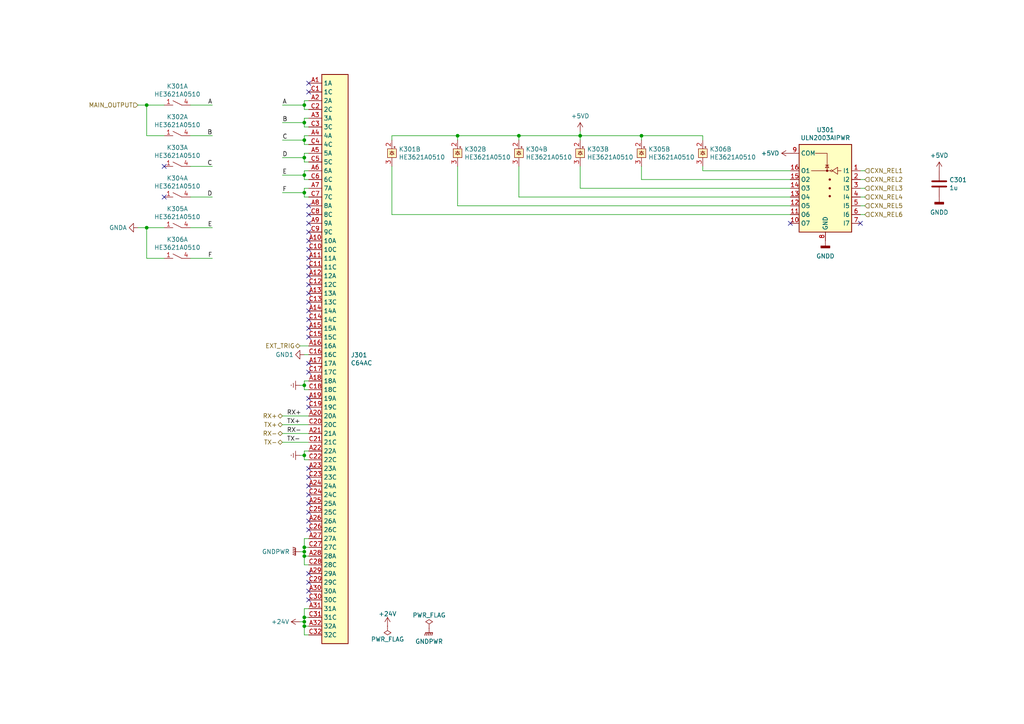
<source format=kicad_sch>
(kicad_sch (version 20230121) (generator eeschema)
  (paper "A4")
  (title_block (date "2023-07-12") (rev "1.1"))
  (lib_symbols
    (symbol "Connector:C64AC"
      (property "Reference" "J" (at 0 85.09 0))
      (property "Value" "Connector_C64AC" (at 6.35 1.27 90))
      (symbol "C64AC_0_1"
        (rectangle (start -3.81 -81.28) (end 3.81 83.82) (stroke (width 0.254)) (fill (type background)))
      )
      (symbol "C64AC_1_1"
        (pin passive line (at -7.62 81.28 0) (length 3.81) (name "1A") (number "A1"))
        (pin passive line (at -7.62 35.56 0) (length 3.81) (name "10A") (number "A10"))
        (pin passive line (at -7.62 30.48 0) (length 3.81) (name "11A") (number "A11"))
        (pin passive line (at -7.62 25.4 0) (length 3.81) (name "12A") (number "A12"))
        (pin passive line (at -7.62 20.32 0) (length 3.81) (name "13A") (number "A13"))
        (pin passive line (at -7.62 15.24 0) (length 3.81) (name "14A") (number "A14"))
        (pin passive line (at -7.62 10.16 0) (length 3.81) (name "15A") (number "A15"))
        (pin passive line (at -7.62 5.08 0) (length 3.81) (name "16A") (number "A16"))
        (pin passive line (at -7.62 0 0) (length 3.81) (name "17A") (number "A17"))
        (pin passive line (at -7.62 -5.08 0) (length 3.81) (name "18A") (number "A18"))
        (pin passive line (at -7.62 -10.16 0) (length 3.81) (name "19A") (number "A19"))
        (pin passive line (at -7.62 76.2 0) (length 3.81) (name "2A") (number "A2"))
        (pin passive line (at -7.62 -15.24 0) (length 3.81) (name "20A") (number "A20"))
        (pin passive line (at -7.62 -20.32 0) (length 3.81) (name "21A") (number "A21"))
        (pin passive line (at -7.62 -25.4 0) (length 3.81) (name "22A") (number "A22"))
        (pin passive line (at -7.62 -30.48 0) (length 3.81) (name "23A") (number "A23"))
        (pin passive line (at -7.62 -35.56 0) (length 3.81) (name "24A") (number "A24"))
        (pin passive line (at -7.62 -40.64 0) (length 3.81) (name "25A") (number "A25"))
        (pin passive line (at -7.62 -45.72 0) (length 3.81) (name "26A") (number "A26"))
        (pin passive line (at -7.62 -50.8 0) (length 3.81) (name "27A") (number "A27"))
        (pin passive line (at -7.62 -55.88 0) (length 3.81) (name "28A") (number "A28"))
        (pin passive line (at -7.62 -60.96 0) (length 3.81) (name "29A") (number "A29"))
        (pin passive line (at -7.62 71.12 0) (length 3.81) (name "3A") (number "A3"))
        (pin passive line (at -7.62 -66.04 0) (length 3.81) (name "30A") (number "A30"))
        (pin passive line (at -7.62 -71.12 0) (length 3.81) (name "31A") (number "A31"))
        (pin passive line (at -7.62 -76.2 0) (length 3.81) (name "32A") (number "A32"))
        (pin passive line (at -7.62 66.04 0) (length 3.81) (name "4A") (number "A4"))
        (pin passive line (at -7.62 60.96 0) (length 3.81) (name "5A") (number "A5"))
        (pin passive line (at -7.62 55.88 0) (length 3.81) (name "6A") (number "A6"))
        (pin passive line (at -7.62 50.8 0) (length 3.81) (name "7A") (number "A7"))
        (pin passive line (at -7.62 45.72 0) (length 3.81) (name "8A") (number "A8"))
        (pin passive line (at -7.62 40.64 0) (length 3.81) (name "9A") (number "A9"))
        (pin passive line (at -7.62 78.74 0) (length 3.81) (name "1C") (number "C1"))
        (pin passive line (at -7.62 33.02 0) (length 3.81) (name "10C") (number "C10"))
        (pin passive line (at -7.62 27.94 0) (length 3.81) (name "11C") (number "C11"))
        (pin passive line (at -7.62 22.86 0) (length 3.81) (name "12C") (number "C12"))
        (pin passive line (at -7.62 17.78 0) (length 3.81) (name "13C") (number "C13"))
        (pin passive line (at -7.62 12.7 0) (length 3.81) (name "14C") (number "C14"))
        (pin passive line (at -7.62 7.62 0) (length 3.81) (name "15C") (number "C15"))
        (pin passive line (at -7.62 2.54 0) (length 3.81) (name "16C") (number "C16"))
        (pin passive line (at -7.62 -2.54 0) (length 3.81) (name "17C") (number "C17"))
        (pin passive line (at -7.62 -7.62 0) (length 3.81) (name "18C") (number "C18"))
        (pin passive line (at -7.62 -12.7 0) (length 3.81) (name "19C") (number "C19"))
        (pin passive line (at -7.62 73.66 0) (length 3.81) (name "2C") (number "C2"))
        (pin passive line (at -7.62 -17.78 0) (length 3.81) (name "20C") (number "C20"))
        (pin passive line (at -7.62 -22.86 0) (length 3.81) (name "21C") (number "C21"))
        (pin passive line (at -7.62 -27.94 0) (length 3.81) (name "22C") (number "C22"))
        (pin passive line (at -7.62 -33.02 0) (length 3.81) (name "23C") (number "C23"))
        (pin passive line (at -7.62 -38.1 0) (length 3.81) (name "24C") (number "C24"))
        (pin passive line (at -7.62 -43.18 0) (length 3.81) (name "25C") (number "C25"))
        (pin passive line (at -7.62 -48.26 0) (length 3.81) (name "26C") (number "C26"))
        (pin passive line (at -7.62 -53.34 0) (length 3.81) (name "27C") (number "C27"))
        (pin passive line (at -7.62 -58.42 0) (length 3.81) (name "28C") (number "C28"))
        (pin passive line (at -7.62 -63.5 0) (length 3.81) (name "29C") (number "C29"))
        (pin passive line (at -7.62 68.58 0) (length 3.81) (name "3C") (number "C3"))
        (pin passive line (at -7.62 -68.58 0) (length 3.81) (name "30C") (number "C30"))
        (pin passive line (at -7.62 -73.66 0) (length 3.81) (name "31C") (number "C31"))
        (pin passive line (at -7.62 -78.74 0) (length 3.81) (name "32C") (number "C32"))
        (pin passive line (at -7.62 63.5 0) (length 3.81) (name "4C") (number "C4"))
        (pin passive line (at -7.62 58.42 0) (length 3.81) (name "5C") (number "C5"))
        (pin passive line (at -7.62 53.34 0) (length 3.81) (name "6C") (number "C6"))
        (pin passive line (at -7.62 48.26 0) (length 3.81) (name "7C") (number "C7"))
        (pin passive line (at -7.62 43.18 0) (length 3.81) (name "8C") (number "C8"))
        (pin passive line (at -7.62 38.1 0) (length 3.81) (name "9C") (number "C9"))
      )
    )
    (symbol "Device:C" (pin_numbers hide) (pin_names (offset 0.254))
      (property "Reference" "C" (at 0.635 2.54 0))
      (property "Value" "C" (at 0.635 -2.54 0))
      (symbol "C_0_1"
        (polyline (pts (xy -2.032 -0.762) (xy 2.032 -0.762)) (stroke (width 0.508)))
        (polyline (pts (xy -2.032 0.762) (xy 2.032 0.762)) (stroke (width 0.508)))
      )
      (symbol "C_1_1"
        (pin passive line (at 0 3.81 270) (length 2.794) (name "~") (number "1"))
        (pin passive line (at 0 -3.81 90) (length 2.794) (name "~") (number "2"))
      )
    )
    (symbol "ETH1CFGEN1:HE3621A0510" (pin_names (offset 1.016))
      (property "Reference" "K" (at 6.35 1.27 0))
      (property "Value" "HE3621A0510" (at 6.35 -1.27 0))
      (symbol "HE3621A0510_1_1"
        (polyline (pts (xy 0 -1.27) (xy 1.27 1.27)))
        (pin passive line (at 0 3.81 270) (length 2.54) (name "~") (number "1"))
        (pin passive line (at 0 -3.81 90) (length 2.54) (name "~") (number "4"))
      )
      (symbol "HE3621A0510_2_1"
        (polyline (pts (xy 0 -0.254) (xy 0 -0.635)))
        (polyline (pts (xy 0 0.381) (xy 0 0.762)))
        (polyline (pts (xy 0.508 1.778) (xy 1.016 1.778)))
        (polyline (pts (xy 0.635 0.381) (xy -0.635 0.381)))
        (polyline (pts (xy 0.762 2.032) (xy 0.762 1.524)))
        (polyline (pts (xy 0.635 -0.254) (xy -0.635 -0.254) (xy 0 0.381) (xy 0.635 -0.254)))
        (rectangle (start 1.27 1.27) (end -1.27 -1.27) (fill (type background)))
        (pin passive line (at 0 3.81 270) (length 2.54) (name "~") (number "2"))
        (pin passive line (at 0 -3.81 90) (length 2.54) (name "~") (number "3"))
      )
    )
    (symbol "Transistor_Array:ULN2003A"
      (property "Reference" "U" (at 0 15.875 0))
      (property "Value" "ULN2003A" (at 0 13.97 0))
      (symbol "ULN2003A_0_1"
        (rectangle (start -7.62 -12.7) (end 7.62 12.7) (stroke (width 0.254)) (fill (type background)))
        (circle (center -1.778 5.08) (radius 0.254))
        (circle (center -1.27 -2.286) (radius 0.254) (fill (type outline)))
        (circle (center -1.27 0) (radius 0.254) (fill (type outline)))
        (circle (center -1.27 2.54) (radius 0.254) (fill (type outline)))
        (circle (center -0.508 5.08) (radius 0.254) (fill (type outline)))
        (polyline (pts (xy -4.572 5.08) (xy -3.556 5.08)))
        (polyline (pts (xy -1.524 5.08) (xy 4.064 5.08)))
        (polyline (pts (xy 0 6.731) (xy -1.016 6.731)))
        (polyline (pts (xy -0.508 5.08) (xy -0.508 10.16) (xy 2.921 10.16)))
        (polyline (pts (xy -3.556 6.096) (xy -3.556 4.064) (xy -2.032 5.08) (xy -3.556 6.096)))
        (polyline (pts (xy 0 5.969) (xy -1.016 5.969) (xy -0.508 6.731) (xy 0 5.969)))
      )
      (symbol "ULN2003A_1_1"
        (pin input line (at -10.16 5.08 0) (length 2.54) (name "I1") (number "1"))
        (pin open_collector line (at 10.16 -10.16 180) (length 2.54) (name "O7") (number "10"))
        (pin open_collector line (at 10.16 -7.62 180) (length 2.54) (name "O6") (number "11"))
        (pin open_collector line (at 10.16 -5.08 180) (length 2.54) (name "O5") (number "12"))
        (pin open_collector line (at 10.16 -2.54 180) (length 2.54) (name "O4") (number "13"))
        (pin open_collector line (at 10.16 0 180) (length 2.54) (name "O3") (number "14"))
        (pin open_collector line (at 10.16 2.54 180) (length 2.54) (name "O2") (number "15"))
        (pin open_collector line (at 10.16 5.08 180) (length 2.54) (name "O1") (number "16"))
        (pin input line (at -10.16 2.54 0) (length 2.54) (name "I2") (number "2"))
        (pin input line (at -10.16 0 0) (length 2.54) (name "I3") (number "3"))
        (pin input line (at -10.16 -2.54 0) (length 2.54) (name "I4") (number "4"))
        (pin input line (at -10.16 -5.08 0) (length 2.54) (name "I5") (number "5"))
        (pin input line (at -10.16 -7.62 0) (length 2.54) (name "I6") (number "6"))
        (pin input line (at -10.16 -10.16 0) (length 2.54) (name "I7") (number "7"))
        (pin power_in line (at 0 -15.24 90) (length 2.54) (name "GND") (number "8"))
        (pin passive line (at 10.16 10.16 180) (length 2.54) (name "COM") (number "9"))
      )
    )
    (symbol "power:+24V" (power) (pin_names (offset 0))
      (property "Value" "+24V" (at 0 3.556 0))
      (symbol "+24V_0_1"
        (polyline (pts (xy -0.762 1.27) (xy 0 2.54)))
        (polyline (pts (xy 0 0) (xy 0 2.54)))
        (polyline (pts (xy 0 2.54) (xy 0.762 1.27)))
      )
      (symbol "+24V_1_1"
        (pin power_in line (at 0 0 90) (length 0) hide (name "+24V") (number "1"))
      )
    )
    (symbol "power:+5VD" (power) (pin_names (offset 0))
      (property "Value" "+5VD" (at 0 3.556 0))
      (symbol "+5VD_0_1"
        (polyline (pts (xy -0.762 1.27) (xy 0 2.54)))
        (polyline (pts (xy 0 0) (xy 0 2.54)))
        (polyline (pts (xy 0 2.54) (xy 0.762 1.27)))
      )
      (symbol "+5VD_1_1"
        (pin power_in line (at 0 0 90) (length 0) hide (name "+5VD") (number "1"))
      )
    )
    (symbol "power:Earth" (power) (pin_names (offset 0))
      (symbol "Earth_0_1"
        (polyline (pts (xy -0.635 -1.905) (xy 0.635 -1.905)))
        (polyline (pts (xy -0.127 -2.54) (xy 0.127 -2.54)))
        (polyline (pts (xy 0 -1.27) (xy 0 0)))
        (polyline (pts (xy 1.27 -1.27) (xy -1.27 -1.27)))
      )
      (symbol "Earth_1_1"
        (pin power_in line (at 0 0 270) (length 0) hide (name "Earth") (number "1"))
      )
    )
    (symbol "power:GND1" (power) (pin_names (offset 0))
      (property "Value" "GND1" (at 0 -3.81 0))
      (symbol "GND1_0_1"
        (polyline (pts (xy 0 0) (xy 0 -1.27) (xy 1.27 -1.27) (xy 0 -2.54) (xy -1.27 -1.27) (xy 0 -1.27)))
      )
      (symbol "GND1_1_1"
        (pin power_in line (at 0 0 270) (length 0) hide (name "GND1") (number "1"))
      )
    )
    (symbol "power:GNDA" (power) (pin_names (offset 0))
      (property "Value" "GNDA" (at 0 -3.81 0))
      (symbol "GNDA_0_1"
        (polyline (pts (xy 0 0) (xy 0 -1.27) (xy 1.27 -1.27) (xy 0 -2.54) (xy -1.27 -1.27) (xy 0 -1.27)))
      )
      (symbol "GNDA_1_1"
        (pin power_in line (at 0 0 270) (length 0) hide (name "GNDA") (number "1"))
      )
    )
    (symbol "power:GNDD" (power) (pin_names (offset 0))
      (property "Value" "GNDD" (at 0 -3.175 0))
      (symbol "GNDD_0_1"
        (rectangle (start -1.27 -1.524) (end 1.27 -2.032) (stroke (width 0.254)) (fill (type outline)))
        (polyline (pts (xy 0 0) (xy 0 -1.524)))
      )
      (symbol "GNDD_1_1"
        (pin power_in line (at 0 0 270) (length 0) hide (name "GNDD") (number "1"))
      )
    )
    (symbol "power:GNDPWR" (power) (pin_names (offset 0))
      (property "Value" "GNDPWR" (at 0 -3.302 0))
      (symbol "GNDPWR_0_1"
        (polyline (pts (xy 0 -1.27) (xy 0 0)))
        (polyline (pts (xy -1.016 -1.27) (xy -1.27 -2.032) (xy -1.27 -2.032)) (stroke (width 0.2032)))
        (polyline (pts (xy -0.508 -1.27) (xy -0.762 -2.032) (xy -0.762 -2.032)) (stroke (width 0.2032)))
        (polyline (pts (xy 0 -1.27) (xy -0.254 -2.032) (xy -0.254 -2.032)) (stroke (width 0.2032)))
        (polyline (pts (xy 0.508 -1.27) (xy 0.254 -2.032) (xy 0.254 -2.032)) (stroke (width 0.2032)))
        (polyline (pts (xy 1.016 -1.27) (xy -1.016 -1.27) (xy -1.016 -1.27)) (stroke (width 0.2032)))
        (polyline (pts (xy 1.016 -1.27) (xy 0.762 -2.032) (xy 0.762 -2.032) (xy 0.762 -2.032)) (stroke (width 0.2032)))
      )
      (symbol "GNDPWR_1_1"
        (pin power_in line (at 0 0 270) (length 0) hide (name "GNDPWR") (number "1"))
      )
    )
    (symbol "power:PWR_FLAG" (power) (pin_numbers hide) (pin_names (offset 0) hide)
      (property "Value" "PWR_FLAG" (at 0 3.81 0))
      (symbol "PWR_FLAG_0_0"
        (pin power_out line (at 0 0 90) (length 0) (name "pwr") (number "1"))
      )
      (symbol "PWR_FLAG_0_1"
        (polyline (pts (xy 0 0) (xy 0 1.27) (xy -1.016 1.905) (xy 0 2.54) (xy 1.016 1.905) (xy 0 1.27)))
      )
    )
  )
  (junction (at 132.715 39.37))
  (junction (at 88.265 132.08))
  (junction (at 88.265 160.02))
  (junction (at 42.545 30.48))
  (junction (at 88.265 55.88))
  (junction (at 88.265 30.48))
  (junction (at 42.545 66.04))
  (junction (at 88.265 40.64))
  (junction (at 88.265 180.34))
  (junction (at 168.275 39.37))
  (junction (at 88.265 158.75))
  (junction (at 88.265 111.76))
  (junction (at 88.265 181.61))
  (junction (at 88.265 45.72))
  (junction (at 150.495 39.37))
  (junction (at 88.265 161.29))
  (junction (at 88.265 35.56))
  (junction (at 186.055 39.37))
  (junction (at 88.265 179.07))
  (junction (at 88.265 50.8))
  (no_connect (at 89.535 146.05))
  (no_connect (at 89.535 90.17))
  (no_connect (at 47.625 48.26))
  (no_connect (at 89.535 168.91))
  (no_connect (at 89.535 95.25))
  (no_connect (at 89.535 97.79))
  (no_connect (at 89.535 59.69))
  (no_connect (at 89.535 62.23))
  (no_connect (at 89.535 135.89))
  (no_connect (at 89.535 143.51))
  (no_connect (at 89.535 77.47))
  (no_connect (at 89.535 92.71))
  (no_connect (at 89.535 87.63))
  (no_connect (at 89.535 118.11))
  (no_connect (at 47.625 57.15))
  (no_connect (at 89.535 67.31))
  (no_connect (at 89.535 82.55))
  (no_connect (at 89.535 74.93))
  (no_connect (at 89.535 148.59))
  (no_connect (at 89.535 166.37))
  (no_connect (at 89.535 138.43))
  (no_connect (at 89.535 24.13))
  (no_connect (at 89.535 64.77))
  (no_connect (at 89.535 69.85))
  (no_connect (at 89.535 80.01))
  (no_connect (at 229.235 64.77))
  (no_connect (at 89.535 107.95))
  (no_connect (at 89.535 105.41))
  (no_connect (at 89.535 153.67))
  (no_connect (at 89.535 72.39))
  (no_connect (at 89.535 151.13))
  (no_connect (at 89.535 173.99))
  (no_connect (at 89.535 26.67))
  (no_connect (at 89.535 140.97))
  (no_connect (at 89.535 85.09))
  (no_connect (at 249.555 64.77))
  (no_connect (at 89.535 171.45))
  (no_connect (at 89.535 115.57))
  (wire (pts (xy 250.825 49.53) (xy 249.555 49.53)))
  (wire (pts (xy 47.625 39.37) (xy 42.545 39.37)))
  (wire (pts (xy 55.245 39.37) (xy 61.595 39.37)))
  (wire (pts (xy 55.245 57.15) (xy 61.595 57.15)))
  (wire (pts (xy 250.825 52.07) (xy 249.555 52.07)))
  (wire (pts (xy 55.245 48.26) (xy 61.595 48.26)))
  (wire (pts (xy 89.535 39.37) (xy 88.265 39.37)))
  (wire (pts (xy 55.245 74.93) (xy 61.595 74.93)))
  (wire (pts (xy 132.715 39.37) (xy 150.495 39.37)))
  (wire (pts (xy 88.265 31.75) (xy 89.535 31.75)))
  (wire (pts (xy 88.265 41.91) (xy 89.535 41.91)))
  (wire (pts (xy 89.535 49.53) (xy 88.265 49.53)))
  (wire (pts (xy 88.265 50.8) (xy 88.265 52.07)))
  (wire (pts (xy 88.265 176.53) (xy 89.535 176.53)))
  (wire (pts (xy 89.535 120.65) (xy 81.915 120.65)))
  (wire (pts (xy 88.265 45.72) (xy 88.265 46.99)))
  (wire (pts (xy 150.495 39.37) (xy 168.275 39.37)))
  (wire (pts (xy 42.545 66.04) (xy 40.005 66.04)))
  (wire (pts (xy 150.495 57.15) (xy 150.495 48.26)))
  (wire (pts (xy 89.535 179.07) (xy 88.265 179.07)))
  (wire (pts (xy 88.265 158.75) (xy 88.265 156.21)))
  (wire (pts (xy 113.665 48.26) (xy 113.665 62.23)))
  (wire (pts (xy 89.535 128.27) (xy 81.915 128.27)))
  (wire (pts (xy 168.275 54.61) (xy 168.275 48.26)))
  (wire (pts (xy 88.265 55.88) (xy 88.265 57.15)))
  (wire (pts (xy 89.535 29.21) (xy 88.265 29.21)))
  (wire (pts (xy 88.265 130.81) (xy 88.265 132.08)))
  (wire (pts (xy 229.235 59.69) (xy 132.715 59.69)))
  (wire (pts (xy 86.995 180.34) (xy 88.265 180.34)))
  (wire (pts (xy 88.265 161.29) (xy 88.265 160.02)))
  (wire (pts (xy 88.265 102.87) (xy 89.535 102.87)))
  (wire (pts (xy 47.625 66.04) (xy 42.545 66.04)))
  (wire (pts (xy 88.265 133.35) (xy 89.535 133.35)))
  (wire (pts (xy 88.265 30.48) (xy 88.265 31.75)))
  (wire (pts (xy 88.265 110.49) (xy 88.265 111.76)))
  (wire (pts (xy 88.265 34.29) (xy 88.265 35.56)))
  (wire (pts (xy 89.535 110.49) (xy 88.265 110.49)))
  (wire (pts (xy 86.995 160.02) (xy 88.265 160.02)))
  (wire (pts (xy 88.265 179.07) (xy 88.265 176.53)))
  (wire (pts (xy 88.265 54.61) (xy 88.265 55.88)))
  (wire (pts (xy 132.715 39.37) (xy 113.665 39.37)))
  (wire (pts (xy 86.995 132.08) (xy 88.265 132.08)))
  (wire (pts (xy 229.235 52.07) (xy 186.055 52.07)))
  (wire (pts (xy 88.265 50.8) (xy 81.915 50.8)))
  (wire (pts (xy 89.535 125.73) (xy 81.915 125.73)))
  (wire (pts (xy 86.995 100.33) (xy 89.535 100.33)))
  (wire (pts (xy 203.835 49.53) (xy 203.835 48.26)))
  (wire (pts (xy 88.265 49.53) (xy 88.265 50.8)))
  (wire (pts (xy 229.235 49.53) (xy 203.835 49.53)))
  (wire (pts (xy 89.535 161.29) (xy 88.265 161.29)))
  (wire (pts (xy 89.535 163.83) (xy 88.265 163.83)))
  (wire (pts (xy 88.265 160.02) (xy 88.265 158.75)))
  (wire (pts (xy 88.265 36.83) (xy 89.535 36.83)))
  (wire (pts (xy 88.265 44.45) (xy 88.265 45.72)))
  (wire (pts (xy 88.265 29.21) (xy 88.265 30.48)))
  (wire (pts (xy 186.055 52.07) (xy 186.055 48.26)))
  (wire (pts (xy 42.545 39.37) (xy 42.545 30.48)))
  (wire (pts (xy 88.265 45.72) (xy 81.915 45.72)))
  (wire (pts (xy 88.265 35.56) (xy 88.265 36.83)))
  (wire (pts (xy 89.535 34.29) (xy 88.265 34.29)))
  (wire (pts (xy 168.275 39.37) (xy 186.055 39.37)))
  (wire (pts (xy 250.825 57.15) (xy 249.555 57.15)))
  (wire (pts (xy 168.275 38.1) (xy 168.275 39.37)))
  (wire (pts (xy 55.245 66.04) (xy 61.595 66.04)))
  (wire (pts (xy 88.265 40.64) (xy 81.915 40.64)))
  (wire (pts (xy 250.825 62.23) (xy 249.555 62.23)))
  (wire (pts (xy 229.235 57.15) (xy 150.495 57.15)))
  (wire (pts (xy 88.265 132.08) (xy 88.265 133.35)))
  (wire (pts (xy 88.265 113.03) (xy 89.535 113.03)))
  (wire (pts (xy 88.265 35.56) (xy 81.915 35.56)))
  (wire (pts (xy 88.265 30.48) (xy 81.915 30.48)))
  (wire (pts (xy 88.265 40.64) (xy 88.265 41.91)))
  (wire (pts (xy 89.535 181.61) (xy 88.265 181.61)))
  (wire (pts (xy 250.825 59.69) (xy 249.555 59.69)))
  (wire (pts (xy 88.265 46.99) (xy 89.535 46.99)))
  (wire (pts (xy 89.535 184.15) (xy 88.265 184.15)))
  (wire (pts (xy 88.265 181.61) (xy 88.265 180.34)))
  (wire (pts (xy 203.835 39.37) (xy 203.835 40.64)))
  (wire (pts (xy 150.495 39.37) (xy 150.495 40.64)))
  (wire (pts (xy 132.715 59.69) (xy 132.715 48.26)))
  (wire (pts (xy 89.535 130.81) (xy 88.265 130.81)))
  (wire (pts (xy 86.995 111.76) (xy 88.265 111.76)))
  (wire (pts (xy 229.235 54.61) (xy 168.275 54.61)))
  (wire (pts (xy 88.265 52.07) (xy 89.535 52.07)))
  (wire (pts (xy 88.265 55.88) (xy 81.915 55.88)))
  (wire (pts (xy 88.265 184.15) (xy 88.265 181.61)))
  (wire (pts (xy 55.245 30.48) (xy 61.595 30.48)))
  (wire (pts (xy 89.535 158.75) (xy 88.265 158.75)))
  (wire (pts (xy 42.545 30.48) (xy 40.005 30.48)))
  (wire (pts (xy 132.715 40.64) (xy 132.715 39.37)))
  (wire (pts (xy 113.665 39.37) (xy 113.665 40.64)))
  (wire (pts (xy 47.625 30.48) (xy 42.545 30.48)))
  (wire (pts (xy 89.535 44.45) (xy 88.265 44.45)))
  (wire (pts (xy 186.055 40.64) (xy 186.055 39.37)))
  (wire (pts (xy 88.265 180.34) (xy 88.265 179.07)))
  (wire (pts (xy 88.265 111.76) (xy 88.265 113.03)))
  (wire (pts (xy 89.535 54.61) (xy 88.265 54.61)))
  (wire (pts (xy 88.265 163.83) (xy 88.265 161.29)))
  (wire (pts (xy 250.825 54.61) (xy 249.555 54.61)))
  (wire (pts (xy 88.265 57.15) (xy 89.535 57.15)))
  (wire (pts (xy 89.535 123.19) (xy 81.915 123.19)))
  (wire (pts (xy 186.055 39.37) (xy 203.835 39.37)))
  (wire (pts (xy 88.265 156.21) (xy 89.535 156.21)))
  (wire (pts (xy 168.275 40.64) (xy 168.275 39.37)))
  (wire (pts (xy 42.545 74.93) (xy 42.545 66.04)))
  (wire (pts (xy 88.265 39.37) (xy 88.265 40.64)))
  (wire (pts (xy 113.665 62.23) (xy 229.235 62.23)))
  (wire (pts (xy 47.625 74.93) (xy 42.545 74.93)))
  (label "E" (at 61.595 66.04 180))
  (label "B" (at 61.595 39.37 180))
  (label "F" (at 61.595 74.93 180))
  (label "RX+" (at 83.185 120.65 0))
  (label "C" (at 61.595 48.26 180))
  (label "B" (at 81.915 35.56 0))
  (label "TX+" (at 83.185 123.19 0))
  (label "D" (at 61.595 57.15 180))
  (label "F" (at 81.915 55.88 0))
  (label "A" (at 61.595 30.48 180))
  (label "E" (at 81.915 50.8 0))
  (label "D" (at 81.915 45.72 0))
  (label "C" (at 81.915 40.64 0))
  (label "TX-" (at 83.185 128.27 0))
  (label "A" (at 81.915 30.48 0))
  (label "RX-" (at 83.185 125.73 0))
  (hierarchical_label "CXN_REL4" (shape input) (at 250.825 57.15 0))
  (hierarchical_label "CXN_REL6" (shape input) (at 250.825 62.23 0))
  (hierarchical_label "CXN_REL2" (shape input) (at 250.825 52.07 0))
  (hierarchical_label "MAIN_OUTPUT" (shape input) (at 40.005 30.48 180))
  (hierarchical_label "RX-" (shape bidirectional) (at 81.915 125.73 180))
  (hierarchical_label "RX+" (shape bidirectional) (at 81.915 120.65 180))
  (hierarchical_label "TX+" (shape bidirectional) (at 81.915 123.19 180))
  (hierarchical_label "CXN_REL1" (shape input) (at 250.825 49.53 0))
  (hierarchical_label "TX-" (shape bidirectional) (at 81.915 128.27 180))
  (hierarchical_label "EXT_TRIG" (shape bidirectional) (at 86.995 100.33 180))
  (hierarchical_label "CXN_REL3" (shape input) (at 250.825 54.61 0))
  (hierarchical_label "CXN_REL5" (shape input) (at 250.825 59.69 0))
  (symbol (lib_id "ETH1CFGEN1:HE3621A0510") (at 203.835 44.45 0) (unit 2)
    (property "Reference" "K306" (at 205.8162 43.2816 0) (effects (justify left)))
    (property "Value" "HE3621A0510" (at 205.8162 45.593 0) (effects (justify left)))
    (property "Footprint" "ETH1CFGEN1:HE360_x-5050462-8" (effects hide))
    (instances (project "ETH1CSMU2" (path "" (reference "K306") (unit 2))) (project "ETH1CFGEN1" (path "" (reference "K501") (unit 2))))
  )
  (symbol (lib_id "power:Earth") (at 86.995 111.76 270) (unit 1)
    (property "Reference" "#PWR0303" (effects hide))
    (property "Value" "Earth" (effects hide))
    (instances (project "ETH1CSMU2" (path "" (reference "#PWR0303") (unit 1))) (project "ETH1CFGEN1" (path "" (reference "#PWR0502") (unit 1))))
  )
  (symbol (lib_id "Connector:C64AC") (at 97.155 105.41 0) (unit 1)
    (property "Reference" "J301" (at 101.727 102.9716 0) (effects (justify left)))
    (property "Value" "C64AC" (at 101.727 105.283 0) (effects (justify left)))
    (property "Footprint" "ETH1CFGEN1:Socket_DIN41612-CaseC1-AC-Male-64Pin-2rows" (effects hide))
    (property "Datasheet" " ~" (effects hide))
    (instances (project "ETH1CSMU2" (path "" (reference "J301") (unit 1))) (project "ETH1CFGEN1" (path "" (reference "J501") (unit 1))))
  )
  (symbol (lib_id "ETH1CFGEN1:HE3621A0510") (at 150.495 44.45 0) (unit 2)
    (property "Reference" "K304" (at 152.4762 43.2816 0) (effects (justify left)))
    (property "Value" "HE3621A0510" (at 152.4762 45.593 0) (effects (justify left)))
    (property "Footprint" "ETH1CFGEN1:HE360_x-5050462-8" (effects hide))
    (instances (project "ETH1CSMU2" (path "" (reference "K304") (unit 2))) (project "ETH1CFGEN1" (path "" (reference "K503") (unit 2))))
  )
  (symbol (lib_id "ETH1CFGEN1:HE3621A0510") (at 113.665 44.45 0) (unit 2)
    (property "Reference" "K301" (at 115.6462 43.2816 0) (effects (justify left)))
    (property "Value" "HE3621A0510" (at 115.6462 45.593 0) (effects (justify left)))
    (property "Footprint" "ETH1CFGEN1:HE360_x-5050462-8" (effects hide))
    (instances (project "ETH1CSMU2" (path "" (reference "K301") (unit 2))) (project "ETH1CFGEN1" (path "" (reference "K506") (unit 2))))
  )
  (symbol (lib_id "ETH1CFGEN1:HE3621A0510") (at 51.435 57.15 90) (unit 1)
    (property "Reference" "K304" (at 51.435 51.689 90))
    (property "Value" "HE3621A0510" (at 51.435 54.0004 90))
    (property "Footprint" "ETH1CFGEN1:HE360_x-5050462-8" (effects hide))
    (instances (project "ETH1CSMU2" (path "" (reference "K304") (unit 1))) (project "ETH1CFGEN1" (path "" (reference "K504") (unit 1))))
  )
  (symbol (lib_id "ETH1CFGEN1:HE3621A0510") (at 186.055 44.45 0) (unit 2)
    (property "Reference" "K305" (at 188.0362 43.2816 0) (effects (justify left)))
    (property "Value" "HE3621A0510" (at 188.0362 45.593 0) (effects (justify left)))
    (property "Footprint" "ETH1CFGEN1:HE360_x-5050462-8" (effects hide))
    (instances (project "ETH1CSMU2" (path "" (reference "K305") (unit 2))) (project "ETH1CFGEN1" (path "" (reference "K502") (unit 2))))
  )
  (symbol (lib_id "power:+24V") (at 112.395 181.61 0) (unit 1)
    (property "Reference" "#PWR0308" (effects hide))
    (property "Value" "+24V" (at 112.395 178.054 0))
    (instances (project "ETH1CSMU2" (path "" (reference "#PWR0308") (unit 1))) (project "ETH1CFGEN1" (path "" (reference "#PWR0507") (unit 1))))
  )
  (symbol (lib_id "power:GNDD") (at 272.415 57.15 0) (unit 1)
    (property "Reference" "#PWR0513" (effects hide))
    (property "Value" "GNDD" (at 272.415 61.595 0))
  )
  (symbol (lib_id "ETH1CFGEN1:HE3621A0510") (at 51.435 30.48 90) (unit 1)
    (property "Reference" "K301" (at 51.435 25.019 90))
    (property "Value" "HE3621A0510" (at 51.435 27.3304 90))
    (property "Footprint" "ETH1CFGEN1:HE360_x-5050462-8" (effects hide))
    (instances (project "ETH1CSMU2" (path "" (reference "K301") (unit 1))) (project "ETH1CFGEN1" (path "" (reference "K501") (unit 1))))
  )
  (symbol (lib_id "ETH1CFGEN1:HE3621A0510") (at 132.715 44.45 0) (unit 2)
    (property "Reference" "K302" (at 134.6962 43.2816 0) (effects (justify left)))
    (property "Value" "HE3621A0510" (at 134.6962 45.593 0) (effects (justify left)))
    (property "Footprint" "ETH1CFGEN1:HE360_x-5050462-8" (effects hide))
    (instances (project "ETH1CSMU2" (path "" (reference "K302") (unit 2))) (project "ETH1CFGEN1" (path "" (reference "K505") (unit 2))))
  )
  (symbol (lib_id "ETH1CFGEN1:HE3621A0510") (at 51.435 74.93 90) (unit 1)
    (property "Reference" "K306" (at 51.435 69.469 90))
    (property "Value" "HE3621A0510" (at 51.435 71.7804 90))
    (property "Footprint" "ETH1CFGEN1:HE360_x-5050462-8" (effects hide))
    (instances (project "ETH1CSMU2" (path "" (reference "K306") (unit 1))) (project "ETH1CFGEN1" (path "" (reference "K506") (unit 1))))
  )
  (symbol (lib_id "power:Earth") (at 86.995 132.08 270) (unit 1)
    (property "Reference" "#PWR0304" (effects hide))
    (property "Value" "Earth" (effects hide))
    (instances (project "ETH1CSMU2" (path "" (reference "#PWR0304") (unit 1))) (project "ETH1CFGEN1" (path "" (reference "#PWR0503") (unit 1))))
  )
  (symbol (lib_id "power:+24V") (at 86.995 180.34 90) (unit 1)
    (property "Reference" "#PWR0306" (effects hide))
    (property "Value" "+24V" (at 81.28 180.34 90))
    (instances (project "ETH1CSMU2" (path "" (reference "#PWR0306") (unit 1))) (project "ETH1CFGEN1" (path "" (reference "#PWR0505") (unit 1))))
  )
  (symbol (lib_id "power:+5VD") (at 229.235 44.45 90) (unit 1)
    (property "Reference" "#PWR0510" (effects hide))
    (property "Value" "+5VD" (at 226.06 44.45 90) (effects (justify left)))
  )
  (symbol (lib_id "ETH1CFGEN1:HE3621A0510") (at 51.435 39.37 90) (unit 1)
    (property "Reference" "K302" (at 51.435 33.909 90))
    (property "Value" "HE3621A0510" (at 51.435 36.2204 90))
    (property "Footprint" "ETH1CFGEN1:HE360_x-5050462-8" (effects hide))
    (instances (project "ETH1CSMU2" (path "" (reference "K302") (unit 1))) (project "ETH1CFGEN1" (path "" (reference "K502") (unit 1))))
  )
  (symbol (lib_id "power:GNDPWR") (at 86.995 160.02 270) (unit 1)
    (property "Reference" "#PWR0614" (effects hide))
    (property "Value" "GNDPWR" (at 80.01 160.02 90))
    (instances (project "ETH1CFGEN1" (path "" (reference "#PWR0614") (unit 1)) (path "" (reference "#PWR0504") (unit 1))) (project "ETH1CDMM1" (path "" (reference "#PWR0304") (unit 1))))
  )
  (symbol (lib_id "power:GNDD") (at 239.395 69.85 0) (unit 1)
    (property "Reference" "#PWR0511" (effects hide))
    (property "Value" "GNDD" (at 239.395 74.295 0))
  )
  (symbol (lib_id "power:GNDPWR") (at 124.46 182.245 0) (unit 1)
    (property "Reference" "#PWR0614" (effects hide))
    (property "Value" "GNDPWR" (at 124.46 186.055 0))
    (instances (project "ETH1CFGEN1" (path "" (reference "#PWR0614") (unit 1)) (path "" (reference "#PWR0508") (unit 1))) (project "ETH1CDMM1" (path "" (reference "#PWR0304") (unit 1))))
  )
  (symbol (lib_id "power:+5VD") (at 272.415 49.53 0) (unit 1)
    (property "Reference" "#PWR0512" (effects hide))
    (property "Value" "+5VD" (at 272.415 45.085 0))
  )
  (symbol (lib_id "power:+5VD") (at 168.275 38.1 0) (unit 1)
    (property "Reference" "#PWR0509" (effects hide))
    (property "Value" "+5VD" (at 168.275 33.655 0))
  )
  (symbol (lib_id "power:GND1") (at 88.265 102.87 270) (unit 1)
    (property "Reference" "#PWR0307" (effects hide))
    (property "Value" "GND1" (at 82.55 102.87 90))
    (instances (project "ETH1CSMU2" (path "" (reference "#PWR0307") (unit 1))) (project "ETH1CFGEN1" (path "" (reference "#PWR0506") (unit 1))))
  )
  (symbol (lib_id "power:PWR_FLAG") (at 124.46 182.245 0) (unit 1)
    (property "Reference" "#FLG0301" (effects hide))
    (property "Value" "PWR_FLAG" (at 124.46 178.435 0))
    (instances (project "ETH1CSMU2" (path "" (reference "#FLG0301") (unit 1))) (project "ETH1CFGEN1" (path "" (reference "#FLG0502") (unit 1))))
  )
  (symbol (lib_id "ETH1CFGEN1:HE3621A0510") (at 51.435 66.04 90) (unit 1)
    (property "Reference" "K305" (at 51.435 60.579 90))
    (property "Value" "HE3621A0510" (at 51.435 62.8904 90))
    (property "Footprint" "ETH1CFGEN1:HE360_x-5050462-8" (effects hide))
    (instances (project "ETH1CSMU2" (path "" (reference "K305") (unit 1))) (project "ETH1CFGEN1" (path "" (reference "K505") (unit 1))))
  )
  (symbol (lib_id "ETH1CFGEN1:HE3621A0510") (at 168.275 44.45 0) (unit 2)
    (property "Reference" "K303" (at 170.2562 43.2816 0) (effects (justify left)))
    (property "Value" "HE3621A0510" (at 170.2562 45.593 0) (effects (justify left)))
    (property "Footprint" "ETH1CFGEN1:HE360_x-5050462-8" (effects hide))
    (instances (project "ETH1CSMU2" (path "" (reference "K303") (unit 2))) (project "ETH1CFGEN1" (path "" (reference "K504") (unit 2))))
  )
  (symbol (lib_id "ETH1CFGEN1:HE3621A0510") (at 51.435 48.26 90) (unit 1)
    (property "Reference" "K303" (at 51.435 42.799 90))
    (property "Value" "HE3621A0510" (at 51.435 45.1104 90))
    (property "Footprint" "ETH1CFGEN1:HE360_x-5050462-8" (effects hide))
    (instances (project "ETH1CSMU2" (path "" (reference "K303") (unit 1))) (project "ETH1CFGEN1" (path "" (reference "K503") (unit 1))))
  )
  (symbol (lib_id "Device:C") (at 272.415 53.34 0) (unit 1)
    (property "Reference" "C301" (at 275.336 52.1716 0) (effects (justify left)))
    (property "Value" "1u" (at 275.336 54.483 0) (effects (justify left)))
    (property "Footprint" "Capacitor_SMD:C_0603_1608Metric_Pad1.08x0.95mm_HandSolder" (effects hide))
    (instances (project "ETH1CSMU2" (path "" (reference "C301") (unit 1))) (project "ETH1CFGEN1" (path "" (reference "C501") (unit 1))))
  )
  (symbol (lib_id "power:PWR_FLAG") (at 112.395 181.61 180) (unit 1)
    (property "Reference" "#FLG0301" (effects hide))
    (property "Value" "PWR_FLAG" (at 112.395 185.42 0))
    (instances (project "ETH1CSMU2" (path "" (reference "#FLG0301") (unit 1))) (project "ETH1CFGEN1" (path "" (reference "#FLG0501") (unit 1))))
  )
  (symbol (lib_id "power:GNDA") (at 40.005 66.04 270) (unit 1)
    (property "Reference" "#PWR0501" (effects hide))
    (property "Value" "GNDA" (at 36.83 66.04 90) (effects (justify right)))
  )
  (symbol (lib_id "Transistor_Array:ULN2003A") (at 239.395 54.61 0) (mirror y) (unit 1)
    (property "Reference" "U301" (at 239.395 37.6682 0))
    (property "Value" "ULN2003AIPWR" (at 239.395 39.9796 0))
    (property "Footprint" "Package_SO:TSSOP-16_4.4x5mm_P0.65mm" (effects hide))
    (property "Datasheet" "http://www.ti.com/lit/ds/symlink/uln2003a.pdf" (effects hide))
    (instances (project "ETH1CSMU2" (path "" (reference "U301") (unit 1))) (project "ETH1CFGEN1" (path "" (reference "U501") (unit 1))))
  )
)
</source>
